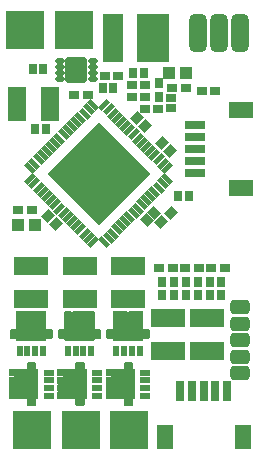
<source format=gts>
G04*
G04 #@! TF.GenerationSoftware,Altium Limited,Altium Designer,24.6.1 (21)*
G04*
G04 Layer_Color=8388736*
%FSLAX44Y44*%
%MOMM*%
G71*
G04*
G04 #@! TF.SameCoordinates,29A4E78F-5DBC-4D08-8976-EEF5966CA2B1*
G04*
G04*
G04 #@! TF.FilePolarity,Negative*
G04*
G01*
G75*
%ADD43R,1.8032X4.1032*%
%ADD44R,0.9532X0.8032*%
%ADD45R,1.0032X1.0032*%
%ADD46R,0.8032X0.8432*%
%ADD47R,3.2032X3.2032*%
%ADD48R,0.8432X0.8032*%
%ADD49R,0.8032X0.9532*%
G04:AMPARAMS|DCode=50|XSize=0.8432mm|YSize=0.8032mm|CornerRadius=0mm|HoleSize=0mm|Usage=FLASHONLY|Rotation=225.000|XOffset=0mm|YOffset=0mm|HoleType=Round|Shape=Rectangle|*
%AMROTATEDRECTD50*
4,1,4,0.0141,0.5821,0.5821,0.0141,-0.0141,-0.5821,-0.5821,-0.0141,0.0141,0.5821,0.0*
%
%ADD50ROTATEDRECTD50*%

G04:AMPARAMS|DCode=51|XSize=1.4532mm|YSize=3.2032mm|CornerRadius=0.4141mm|HoleSize=0mm|Usage=FLASHONLY|Rotation=0.000|XOffset=0mm|YOffset=0mm|HoleType=Round|Shape=RoundedRectangle|*
%AMROUNDEDRECTD51*
21,1,1.4532,2.3750,0,0,0.0*
21,1,0.6250,3.2032,0,0,0.0*
1,1,0.8282,0.3125,-1.1875*
1,1,0.8282,-0.3125,-1.1875*
1,1,0.8282,-0.3125,1.1875*
1,1,0.8282,0.3125,1.1875*
%
%ADD51ROUNDEDRECTD51*%
G04:AMPARAMS|DCode=52|XSize=0.8432mm|YSize=0.8032mm|CornerRadius=0mm|HoleSize=0mm|Usage=FLASHONLY|Rotation=135.000|XOffset=0mm|YOffset=0mm|HoleType=Round|Shape=Rectangle|*
%AMROTATEDRECTD52*
4,1,4,0.5821,-0.0141,0.0141,-0.5821,-0.5821,0.0141,-0.0141,0.5821,0.5821,-0.0141,0.0*
%
%ADD52ROTATEDRECTD52*%

%ADD53P,8.7727X4X180.0*%
G04:AMPARAMS|DCode=54|XSize=1.0632mm|YSize=0.4632mm|CornerRadius=0mm|HoleSize=0mm|Usage=FLASHONLY|Rotation=135.000|XOffset=0mm|YOffset=0mm|HoleType=Round|Shape=Rectangle|*
%AMROTATEDRECTD54*
4,1,4,0.5397,-0.2121,0.2121,-0.5397,-0.5397,0.2121,-0.2121,0.5397,0.5397,-0.2121,0.0*
%
%ADD54ROTATEDRECTD54*%

G04:AMPARAMS|DCode=55|XSize=0.4632mm|YSize=1.0632mm|CornerRadius=0mm|HoleSize=0mm|Usage=FLASHONLY|Rotation=135.000|XOffset=0mm|YOffset=0mm|HoleType=Round|Shape=Rectangle|*
%AMROTATEDRECTD55*
4,1,4,0.5397,0.2121,-0.2121,-0.5397,-0.5397,-0.2121,0.2121,0.5397,0.5397,0.2121,0.0*
%
%ADD55ROTATEDRECTD55*%

G04:AMPARAMS|DCode=56|XSize=1.7032mm|YSize=1.2032mm|CornerRadius=0.3516mm|HoleSize=0mm|Usage=FLASHONLY|Rotation=0.000|XOffset=0mm|YOffset=0mm|HoleType=Round|Shape=RoundedRectangle|*
%AMROUNDEDRECTD56*
21,1,1.7032,0.5000,0,0,0.0*
21,1,1.0000,1.2032,0,0,0.0*
1,1,0.7032,0.5000,-0.2500*
1,1,0.7032,-0.5000,-0.2500*
1,1,0.7032,-0.5000,0.2500*
1,1,0.7032,0.5000,0.2500*
%
%ADD56ROUNDEDRECTD56*%
%ADD57R,1.5032X2.9032*%
G04:AMPARAMS|DCode=58|XSize=1.8032mm|YSize=2.2032mm|CornerRadius=0.1416mm|HoleSize=0mm|Usage=FLASHONLY|Rotation=180.000|XOffset=0mm|YOffset=0mm|HoleType=Round|Shape=RoundedRectangle|*
%AMROUNDEDRECTD58*
21,1,1.8032,1.9200,0,0,180.0*
21,1,1.5200,2.2032,0,0,180.0*
1,1,0.2832,-0.7600,0.9600*
1,1,0.2832,0.7600,0.9600*
1,1,0.2832,0.7600,-0.9600*
1,1,0.2832,-0.7600,-0.9600*
%
%ADD58ROUNDEDRECTD58*%
G04:AMPARAMS|DCode=59|XSize=0.8032mm|YSize=0.4532mm|CornerRadius=0.1329mm|HoleSize=0mm|Usage=FLASHONLY|Rotation=180.000|XOffset=0mm|YOffset=0mm|HoleType=Round|Shape=RoundedRectangle|*
%AMROUNDEDRECTD59*
21,1,0.8032,0.1875,0,0,180.0*
21,1,0.5375,0.4532,0,0,180.0*
1,1,0.2657,-0.2688,0.0938*
1,1,0.2657,0.2688,0.0938*
1,1,0.2657,0.2688,-0.0938*
1,1,0.2657,-0.2688,-0.0938*
%
%ADD59ROUNDEDRECTD59*%
%ADD60R,1.8032X4.1032*%
%ADD61R,0.8032X1.7532*%
%ADD62R,1.4032X2.0032*%
%ADD63R,0.5432X1.0032*%
%ADD64R,0.6232X0.8632*%
%ADD65R,2.9032X1.5032*%
%ADD66R,0.8632X0.6232*%
%ADD67R,1.0032X0.5432*%
G04:AMPARAMS|DCode=68|XSize=0.8032mm|YSize=0.9532mm|CornerRadius=0mm|HoleSize=0mm|Usage=FLASHONLY|Rotation=315.000|XOffset=0mm|YOffset=0mm|HoleType=Round|Shape=Rectangle|*
%AMROTATEDRECTD68*
4,1,4,-0.6210,-0.0530,0.0530,0.6210,0.6210,0.0530,-0.0530,-0.6210,-0.6210,-0.0530,0.0*
%
%ADD68ROTATEDRECTD68*%

%ADD69R,1.7532X0.8032*%
%ADD70R,2.0032X1.4032*%
G36*
X115983Y119710D02*
X116114Y119684D01*
X116240Y119641D01*
X116359Y119582D01*
X116470Y119508D01*
X116570Y119420D01*
X116658Y119320D01*
X116732Y119209D01*
X116791Y119090D01*
X116833Y118963D01*
X116860Y118833D01*
X116868Y118700D01*
Y104218D01*
X121300D01*
X121433Y104209D01*
X121564Y104184D01*
X121690Y104141D01*
X121809Y104082D01*
X121920Y104008D01*
X122020Y103920D01*
X122108Y103820D01*
X122182Y103709D01*
X122241Y103590D01*
X122283Y103463D01*
X122310Y103333D01*
X122318Y103200D01*
Y97500D01*
X122310Y97367D01*
X122283Y97236D01*
X122241Y97110D01*
X122182Y96991D01*
X122108Y96880D01*
X122020Y96780D01*
X121920Y96692D01*
X121809Y96618D01*
X121690Y96559D01*
X121564Y96517D01*
X121433Y96491D01*
X121300Y96482D01*
X116868D01*
Y95700D01*
X116860Y95567D01*
X116833Y95436D01*
X116791Y95310D01*
X116732Y95191D01*
X116658Y95080D01*
X116570Y94980D01*
X116470Y94892D01*
X116359Y94818D01*
X116240Y94759D01*
X116114Y94717D01*
X115983Y94691D01*
X115850Y94682D01*
X92150D01*
X92017Y94691D01*
X91887Y94717D01*
X91760Y94759D01*
X91641Y94818D01*
X91530Y94892D01*
X91430Y94980D01*
X91342Y95080D01*
X91268Y95191D01*
X91209Y95310D01*
X91166Y95436D01*
X91140Y95567D01*
X91132Y95700D01*
Y96482D01*
X86700D01*
X86567Y96491D01*
X86437Y96517D01*
X86310Y96559D01*
X86191Y96618D01*
X86080Y96692D01*
X85980Y96780D01*
X85892Y96880D01*
X85818Y96991D01*
X85759Y97110D01*
X85716Y97236D01*
X85690Y97367D01*
X85682Y97500D01*
Y103200D01*
X85690Y103333D01*
X85716Y103463D01*
X85759Y103590D01*
X85818Y103709D01*
X85892Y103820D01*
X85980Y103920D01*
X86080Y104008D01*
X86191Y104082D01*
X86310Y104141D01*
X86437Y104184D01*
X86567Y104209D01*
X86700Y104218D01*
X91132D01*
Y118700D01*
X91140Y118833D01*
X91166Y118963D01*
X91209Y119090D01*
X91268Y119209D01*
X91342Y119320D01*
X91430Y119420D01*
X91530Y119508D01*
X91641Y119582D01*
X91760Y119641D01*
X91887Y119684D01*
X92017Y119710D01*
X92150Y119718D01*
X96350D01*
X96483Y119710D01*
X96614Y119684D01*
X96740Y119641D01*
X96859Y119582D01*
X96970Y119508D01*
X97070Y119420D01*
X97158Y119320D01*
X97232Y119209D01*
X97291Y119090D01*
X97333Y118963D01*
X97360Y118833D01*
X97368Y118700D01*
Y115018D01*
X97632D01*
Y118700D01*
X97640Y118833D01*
X97667Y118963D01*
X97709Y119090D01*
X97768Y119209D01*
X97842Y119320D01*
X97930Y119420D01*
X98030Y119508D01*
X98141Y119582D01*
X98260Y119641D01*
X98386Y119684D01*
X98517Y119710D01*
X98650Y119718D01*
X102850D01*
X102983Y119710D01*
X103113Y119684D01*
X103240Y119641D01*
X103359Y119582D01*
X103470Y119508D01*
X103570Y119420D01*
X103658Y119320D01*
X103732Y119209D01*
X103791Y119090D01*
X103834Y118963D01*
X103860Y118833D01*
X103868Y118700D01*
Y115018D01*
X104132D01*
Y118700D01*
X104141Y118833D01*
X104166Y118963D01*
X104209Y119090D01*
X104268Y119209D01*
X104342Y119320D01*
X104430Y119420D01*
X104530Y119508D01*
X104641Y119582D01*
X104760Y119641D01*
X104887Y119684D01*
X105017Y119710D01*
X105150Y119718D01*
X109350D01*
X109483Y119710D01*
X109614Y119684D01*
X109740Y119641D01*
X109859Y119582D01*
X109970Y119508D01*
X110070Y119420D01*
X110158Y119320D01*
X110232Y119209D01*
X110291Y119090D01*
X110333Y118963D01*
X110359Y118833D01*
X110368Y118700D01*
Y115018D01*
X110632D01*
Y118700D01*
X110640Y118833D01*
X110667Y118963D01*
X110709Y119090D01*
X110768Y119209D01*
X110842Y119320D01*
X110930Y119420D01*
X111030Y119508D01*
X111141Y119582D01*
X111260Y119641D01*
X111386Y119684D01*
X111517Y119710D01*
X111650Y119718D01*
X115850D01*
X115983Y119710D01*
D02*
G37*
G36*
X74983D02*
X75114Y119684D01*
X75240Y119641D01*
X75359Y119582D01*
X75470Y119508D01*
X75570Y119420D01*
X75658Y119320D01*
X75732Y119209D01*
X75791Y119090D01*
X75834Y118963D01*
X75859Y118833D01*
X75868Y118700D01*
Y104218D01*
X80300D01*
X80433Y104209D01*
X80563Y104184D01*
X80690Y104141D01*
X80809Y104082D01*
X80920Y104008D01*
X81020Y103920D01*
X81108Y103820D01*
X81182Y103709D01*
X81241Y103590D01*
X81284Y103463D01*
X81309Y103333D01*
X81318Y103200D01*
Y97500D01*
X81309Y97367D01*
X81284Y97236D01*
X81241Y97110D01*
X81182Y96991D01*
X81108Y96880D01*
X81020Y96780D01*
X80920Y96692D01*
X80809Y96618D01*
X80690Y96559D01*
X80563Y96517D01*
X80433Y96491D01*
X80300Y96482D01*
X75868D01*
Y95700D01*
X75859Y95567D01*
X75834Y95436D01*
X75791Y95310D01*
X75732Y95191D01*
X75658Y95080D01*
X75570Y94980D01*
X75470Y94892D01*
X75359Y94818D01*
X75240Y94759D01*
X75114Y94717D01*
X74983Y94691D01*
X74850Y94682D01*
X51150D01*
X51017Y94691D01*
X50887Y94717D01*
X50760Y94759D01*
X50641Y94818D01*
X50530Y94892D01*
X50430Y94980D01*
X50342Y95080D01*
X50268Y95191D01*
X50209Y95310D01*
X50167Y95436D01*
X50141Y95567D01*
X50132Y95700D01*
Y96482D01*
X45700D01*
X45567Y96491D01*
X45437Y96517D01*
X45310Y96559D01*
X45191Y96618D01*
X45080Y96692D01*
X44980Y96780D01*
X44892Y96880D01*
X44818Y96991D01*
X44759Y97110D01*
X44717Y97236D01*
X44690Y97367D01*
X44682Y97500D01*
Y103200D01*
X44690Y103333D01*
X44717Y103463D01*
X44759Y103590D01*
X44818Y103709D01*
X44892Y103820D01*
X44980Y103920D01*
X45080Y104008D01*
X45191Y104082D01*
X45310Y104141D01*
X45437Y104184D01*
X45567Y104209D01*
X45700Y104218D01*
X50132D01*
Y118700D01*
X50141Y118833D01*
X50167Y118963D01*
X50209Y119090D01*
X50268Y119209D01*
X50342Y119320D01*
X50430Y119420D01*
X50530Y119508D01*
X50641Y119582D01*
X50760Y119641D01*
X50887Y119684D01*
X51017Y119710D01*
X51150Y119718D01*
X55350D01*
X55483Y119710D01*
X55613Y119684D01*
X55740Y119641D01*
X55859Y119582D01*
X55970Y119508D01*
X56070Y119420D01*
X56158Y119320D01*
X56232Y119209D01*
X56291Y119090D01*
X56333Y118963D01*
X56360Y118833D01*
X56368Y118700D01*
Y115018D01*
X56632D01*
Y118700D01*
X56641Y118833D01*
X56666Y118963D01*
X56709Y119090D01*
X56768Y119209D01*
X56842Y119320D01*
X56930Y119420D01*
X57030Y119508D01*
X57141Y119582D01*
X57260Y119641D01*
X57386Y119684D01*
X57517Y119710D01*
X57650Y119718D01*
X61850D01*
X61983Y119710D01*
X62113Y119684D01*
X62240Y119641D01*
X62359Y119582D01*
X62470Y119508D01*
X62570Y119420D01*
X62658Y119320D01*
X62732Y119209D01*
X62791Y119090D01*
X62833Y118963D01*
X62860Y118833D01*
X62868Y118700D01*
Y115018D01*
X63132D01*
Y118700D01*
X63141Y118833D01*
X63166Y118963D01*
X63209Y119090D01*
X63268Y119209D01*
X63342Y119320D01*
X63430Y119420D01*
X63530Y119508D01*
X63641Y119582D01*
X63760Y119641D01*
X63886Y119684D01*
X64017Y119710D01*
X64150Y119718D01*
X68350D01*
X68483Y119710D01*
X68614Y119684D01*
X68740Y119641D01*
X68859Y119582D01*
X68970Y119508D01*
X69070Y119420D01*
X69158Y119320D01*
X69232Y119209D01*
X69291Y119090D01*
X69334Y118963D01*
X69359Y118833D01*
X69368Y118700D01*
Y115018D01*
X69632D01*
Y118700D01*
X69640Y118833D01*
X69667Y118963D01*
X69709Y119090D01*
X69768Y119209D01*
X69842Y119320D01*
X69930Y119420D01*
X70030Y119508D01*
X70141Y119582D01*
X70260Y119641D01*
X70387Y119684D01*
X70517Y119710D01*
X70650Y119718D01*
X74850D01*
X74983Y119710D01*
D02*
G37*
G36*
X33983D02*
X34114Y119684D01*
X34240Y119641D01*
X34359Y119582D01*
X34470Y119508D01*
X34570Y119420D01*
X34658Y119320D01*
X34732Y119209D01*
X34791Y119090D01*
X34834Y118963D01*
X34859Y118833D01*
X34868Y118700D01*
Y104218D01*
X39300D01*
X39433Y104209D01*
X39564Y104184D01*
X39690Y104141D01*
X39809Y104082D01*
X39920Y104008D01*
X40020Y103920D01*
X40108Y103820D01*
X40182Y103709D01*
X40241Y103590D01*
X40283Y103463D01*
X40310Y103333D01*
X40318Y103200D01*
Y97500D01*
X40310Y97367D01*
X40283Y97236D01*
X40241Y97110D01*
X40182Y96991D01*
X40108Y96880D01*
X40020Y96780D01*
X39920Y96692D01*
X39809Y96618D01*
X39690Y96559D01*
X39564Y96517D01*
X39433Y96491D01*
X39300Y96482D01*
X34868D01*
Y95700D01*
X34859Y95567D01*
X34834Y95436D01*
X34791Y95310D01*
X34732Y95191D01*
X34658Y95080D01*
X34570Y94980D01*
X34470Y94892D01*
X34359Y94818D01*
X34240Y94759D01*
X34114Y94717D01*
X33983Y94691D01*
X33850Y94682D01*
X10150D01*
X10017Y94691D01*
X9887Y94717D01*
X9760Y94759D01*
X9641Y94818D01*
X9530Y94892D01*
X9430Y94980D01*
X9342Y95080D01*
X9268Y95191D01*
X9209Y95310D01*
X9167Y95436D01*
X9141Y95567D01*
X9132Y95700D01*
Y96482D01*
X4700D01*
X4567Y96491D01*
X4437Y96517D01*
X4310Y96559D01*
X4191Y96618D01*
X4080Y96692D01*
X3980Y96780D01*
X3892Y96880D01*
X3818Y96991D01*
X3759Y97110D01*
X3717Y97236D01*
X3691Y97367D01*
X3682Y97500D01*
Y103200D01*
X3691Y103333D01*
X3717Y103463D01*
X3759Y103590D01*
X3818Y103709D01*
X3892Y103820D01*
X3980Y103920D01*
X4080Y104008D01*
X4191Y104082D01*
X4310Y104141D01*
X4437Y104184D01*
X4567Y104209D01*
X4700Y104218D01*
X9132D01*
Y118700D01*
X9141Y118833D01*
X9167Y118963D01*
X9209Y119090D01*
X9268Y119209D01*
X9342Y119320D01*
X9430Y119420D01*
X9530Y119508D01*
X9641Y119582D01*
X9760Y119641D01*
X9887Y119684D01*
X10017Y119710D01*
X10150Y119718D01*
X14350D01*
X14483Y119710D01*
X14614Y119684D01*
X14740Y119641D01*
X14859Y119582D01*
X14970Y119508D01*
X15070Y119420D01*
X15158Y119320D01*
X15232Y119209D01*
X15291Y119090D01*
X15333Y118963D01*
X15359Y118833D01*
X15368Y118700D01*
Y115018D01*
X15632D01*
Y118700D01*
X15641Y118833D01*
X15667Y118963D01*
X15709Y119090D01*
X15768Y119209D01*
X15842Y119320D01*
X15930Y119420D01*
X16030Y119508D01*
X16141Y119582D01*
X16260Y119641D01*
X16386Y119684D01*
X16517Y119710D01*
X16650Y119718D01*
X20850D01*
X20983Y119710D01*
X21114Y119684D01*
X21240Y119641D01*
X21359Y119582D01*
X21470Y119508D01*
X21570Y119420D01*
X21658Y119320D01*
X21732Y119209D01*
X21791Y119090D01*
X21834Y118963D01*
X21860Y118833D01*
X21868Y118700D01*
Y115018D01*
X22132D01*
Y118700D01*
X22141Y118833D01*
X22167Y118963D01*
X22209Y119090D01*
X22268Y119209D01*
X22342Y119320D01*
X22430Y119420D01*
X22530Y119508D01*
X22641Y119582D01*
X22760Y119641D01*
X22887Y119684D01*
X23017Y119710D01*
X23150Y119718D01*
X27350D01*
X27483Y119710D01*
X27614Y119684D01*
X27740Y119641D01*
X27859Y119582D01*
X27970Y119508D01*
X28070Y119420D01*
X28158Y119320D01*
X28232Y119209D01*
X28291Y119090D01*
X28333Y118963D01*
X28359Y118833D01*
X28368Y118700D01*
Y115018D01*
X28632D01*
Y118700D01*
X28641Y118833D01*
X28667Y118963D01*
X28709Y119090D01*
X28768Y119209D01*
X28842Y119320D01*
X28930Y119420D01*
X29030Y119508D01*
X29141Y119582D01*
X29260Y119641D01*
X29386Y119684D01*
X29517Y119710D01*
X29650Y119718D01*
X33850D01*
X33983Y119710D01*
D02*
G37*
G36*
X107333Y76309D02*
X107464Y76283D01*
X107590Y76241D01*
X107709Y76182D01*
X107820Y76108D01*
X107920Y76020D01*
X108008Y75920D01*
X108082Y75809D01*
X108141Y75690D01*
X108184Y75564D01*
X108210Y75433D01*
X108218Y75300D01*
Y70868D01*
X109000D01*
X109133Y70859D01*
X109264Y70834D01*
X109390Y70791D01*
X109509Y70732D01*
X109620Y70658D01*
X109720Y70570D01*
X109808Y70470D01*
X109882Y70359D01*
X109941Y70240D01*
X109984Y70114D01*
X110010Y69983D01*
X110018Y69850D01*
Y46150D01*
X110010Y46017D01*
X109984Y45887D01*
X109941Y45760D01*
X109882Y45641D01*
X109808Y45530D01*
X109720Y45430D01*
X109620Y45342D01*
X109509Y45268D01*
X109390Y45209D01*
X109264Y45167D01*
X109133Y45141D01*
X109000Y45132D01*
X108218D01*
Y40700D01*
X108210Y40567D01*
X108184Y40437D01*
X108141Y40310D01*
X108082Y40191D01*
X108008Y40080D01*
X107920Y39980D01*
X107820Y39892D01*
X107709Y39818D01*
X107590Y39759D01*
X107464Y39717D01*
X107333Y39691D01*
X107200Y39682D01*
X101500D01*
X101367Y39691D01*
X101237Y39717D01*
X101110Y39759D01*
X100991Y39818D01*
X100880Y39892D01*
X100780Y39980D01*
X100692Y40080D01*
X100618Y40191D01*
X100559Y40310D01*
X100517Y40437D01*
X100491Y40567D01*
X100482Y40700D01*
Y45132D01*
X86000D01*
X85867Y45141D01*
X85737Y45167D01*
X85611Y45209D01*
X85491Y45268D01*
X85380Y45342D01*
X85280Y45430D01*
X85192Y45530D01*
X85118Y45641D01*
X85059Y45760D01*
X85017Y45887D01*
X84991Y46017D01*
X84982Y46150D01*
Y50350D01*
X84991Y50483D01*
X85017Y50614D01*
X85059Y50740D01*
X85118Y50859D01*
X85192Y50970D01*
X85280Y51070D01*
X85380Y51158D01*
X85491Y51232D01*
X85611Y51291D01*
X85737Y51333D01*
X85867Y51360D01*
X86000Y51368D01*
X89682D01*
Y51632D01*
X86000D01*
X85867Y51641D01*
X85737Y51666D01*
X85611Y51709D01*
X85491Y51768D01*
X85380Y51842D01*
X85280Y51930D01*
X85192Y52030D01*
X85118Y52141D01*
X85059Y52260D01*
X85017Y52386D01*
X84991Y52517D01*
X84982Y52650D01*
Y56850D01*
X84991Y56983D01*
X85017Y57114D01*
X85059Y57240D01*
X85118Y57359D01*
X85192Y57470D01*
X85280Y57570D01*
X85380Y57658D01*
X85491Y57732D01*
X85611Y57791D01*
X85737Y57833D01*
X85867Y57860D01*
X86000Y57868D01*
X89682D01*
Y58132D01*
X86000D01*
X85867Y58141D01*
X85737Y58167D01*
X85611Y58209D01*
X85491Y58268D01*
X85380Y58342D01*
X85280Y58430D01*
X85192Y58530D01*
X85118Y58641D01*
X85059Y58760D01*
X85017Y58886D01*
X84991Y59017D01*
X84982Y59150D01*
Y63350D01*
X84991Y63483D01*
X85017Y63614D01*
X85059Y63740D01*
X85118Y63859D01*
X85192Y63970D01*
X85280Y64070D01*
X85380Y64158D01*
X85491Y64232D01*
X85611Y64291D01*
X85737Y64334D01*
X85867Y64359D01*
X86000Y64368D01*
X89682D01*
Y64632D01*
X86000D01*
X85867Y64641D01*
X85737Y64667D01*
X85611Y64709D01*
X85491Y64768D01*
X85380Y64842D01*
X85280Y64930D01*
X85192Y65030D01*
X85118Y65141D01*
X85059Y65260D01*
X85017Y65387D01*
X84991Y65517D01*
X84982Y65650D01*
Y69850D01*
X84991Y69983D01*
X85017Y70114D01*
X85059Y70240D01*
X85118Y70359D01*
X85192Y70470D01*
X85280Y70570D01*
X85380Y70658D01*
X85491Y70732D01*
X85611Y70791D01*
X85737Y70834D01*
X85867Y70859D01*
X86000Y70868D01*
X100482D01*
Y75300D01*
X100491Y75433D01*
X100517Y75564D01*
X100559Y75690D01*
X100618Y75809D01*
X100692Y75920D01*
X100780Y76020D01*
X100880Y76108D01*
X100991Y76182D01*
X101110Y76241D01*
X101237Y76283D01*
X101367Y76309D01*
X101500Y76318D01*
X107200D01*
X107333Y76309D01*
D02*
G37*
G36*
X66333D02*
X66464Y76283D01*
X66590Y76241D01*
X66709Y76182D01*
X66820Y76108D01*
X66920Y76020D01*
X67008Y75920D01*
X67082Y75809D01*
X67141Y75690D01*
X67183Y75564D01*
X67210Y75433D01*
X67218Y75300D01*
Y70868D01*
X68000D01*
X68133Y70859D01*
X68264Y70834D01*
X68390Y70791D01*
X68509Y70732D01*
X68620Y70658D01*
X68720Y70570D01*
X68808Y70470D01*
X68882Y70359D01*
X68941Y70240D01*
X68983Y70114D01*
X69009Y69983D01*
X69018Y69850D01*
Y46150D01*
X69009Y46017D01*
X68983Y45887D01*
X68941Y45760D01*
X68882Y45641D01*
X68808Y45530D01*
X68720Y45430D01*
X68620Y45342D01*
X68509Y45268D01*
X68390Y45209D01*
X68264Y45167D01*
X68133Y45141D01*
X68000Y45132D01*
X67218D01*
Y40700D01*
X67210Y40567D01*
X67183Y40437D01*
X67141Y40310D01*
X67082Y40191D01*
X67008Y40080D01*
X66920Y39980D01*
X66820Y39892D01*
X66709Y39818D01*
X66590Y39759D01*
X66464Y39717D01*
X66333Y39691D01*
X66200Y39682D01*
X60500D01*
X60367Y39691D01*
X60237Y39717D01*
X60110Y39759D01*
X59991Y39818D01*
X59880Y39892D01*
X59780Y39980D01*
X59692Y40080D01*
X59618Y40191D01*
X59559Y40310D01*
X59517Y40437D01*
X59491Y40567D01*
X59482Y40700D01*
Y45132D01*
X45000D01*
X44867Y45141D01*
X44736Y45167D01*
X44610Y45209D01*
X44491Y45268D01*
X44380Y45342D01*
X44280Y45430D01*
X44192Y45530D01*
X44118Y45641D01*
X44059Y45760D01*
X44017Y45887D01*
X43991Y46017D01*
X43982Y46150D01*
Y50350D01*
X43991Y50483D01*
X44017Y50614D01*
X44059Y50740D01*
X44118Y50859D01*
X44192Y50970D01*
X44280Y51070D01*
X44380Y51158D01*
X44491Y51232D01*
X44610Y51291D01*
X44736Y51333D01*
X44867Y51360D01*
X45000Y51368D01*
X48682D01*
Y51632D01*
X45000D01*
X44867Y51641D01*
X44736Y51666D01*
X44610Y51709D01*
X44491Y51768D01*
X44380Y51842D01*
X44280Y51930D01*
X44192Y52030D01*
X44118Y52141D01*
X44059Y52260D01*
X44017Y52386D01*
X43991Y52517D01*
X43982Y52650D01*
Y56850D01*
X43991Y56983D01*
X44017Y57114D01*
X44059Y57240D01*
X44118Y57359D01*
X44192Y57470D01*
X44280Y57570D01*
X44380Y57658D01*
X44491Y57732D01*
X44610Y57791D01*
X44736Y57833D01*
X44867Y57860D01*
X45000Y57868D01*
X48682D01*
Y58132D01*
X45000D01*
X44867Y58141D01*
X44736Y58167D01*
X44610Y58209D01*
X44491Y58268D01*
X44380Y58342D01*
X44280Y58430D01*
X44192Y58530D01*
X44118Y58641D01*
X44059Y58760D01*
X44017Y58886D01*
X43991Y59017D01*
X43982Y59150D01*
Y63350D01*
X43991Y63483D01*
X44017Y63614D01*
X44059Y63740D01*
X44118Y63859D01*
X44192Y63970D01*
X44280Y64070D01*
X44380Y64158D01*
X44491Y64232D01*
X44610Y64291D01*
X44736Y64334D01*
X44867Y64359D01*
X45000Y64368D01*
X48682D01*
Y64632D01*
X45000D01*
X44867Y64641D01*
X44736Y64667D01*
X44610Y64709D01*
X44491Y64768D01*
X44380Y64842D01*
X44280Y64930D01*
X44192Y65030D01*
X44118Y65141D01*
X44059Y65260D01*
X44017Y65387D01*
X43991Y65517D01*
X43982Y65650D01*
Y69850D01*
X43991Y69983D01*
X44017Y70114D01*
X44059Y70240D01*
X44118Y70359D01*
X44192Y70470D01*
X44280Y70570D01*
X44380Y70658D01*
X44491Y70732D01*
X44610Y70791D01*
X44736Y70834D01*
X44867Y70859D01*
X45000Y70868D01*
X59482D01*
Y75300D01*
X59491Y75433D01*
X59517Y75564D01*
X59559Y75690D01*
X59618Y75809D01*
X59692Y75920D01*
X59780Y76020D01*
X59880Y76108D01*
X59991Y76182D01*
X60110Y76241D01*
X60237Y76283D01*
X60367Y76309D01*
X60500Y76318D01*
X66200D01*
X66333Y76309D01*
D02*
G37*
G36*
X25333D02*
X25464Y76283D01*
X25590Y76241D01*
X25709Y76182D01*
X25820Y76108D01*
X25920Y76020D01*
X26008Y75920D01*
X26082Y75809D01*
X26141Y75690D01*
X26184Y75564D01*
X26209Y75433D01*
X26218Y75300D01*
Y70868D01*
X27000D01*
X27133Y70859D01*
X27264Y70834D01*
X27390Y70791D01*
X27509Y70732D01*
X27620Y70658D01*
X27720Y70570D01*
X27808Y70470D01*
X27882Y70359D01*
X27941Y70240D01*
X27984Y70114D01*
X28010Y69983D01*
X28018Y69850D01*
Y46150D01*
X28010Y46017D01*
X27984Y45887D01*
X27941Y45760D01*
X27882Y45641D01*
X27808Y45530D01*
X27720Y45430D01*
X27620Y45342D01*
X27509Y45268D01*
X27390Y45209D01*
X27264Y45167D01*
X27133Y45141D01*
X27000Y45132D01*
X26218D01*
Y40700D01*
X26209Y40567D01*
X26184Y40437D01*
X26141Y40310D01*
X26082Y40191D01*
X26008Y40080D01*
X25920Y39980D01*
X25820Y39892D01*
X25709Y39818D01*
X25590Y39759D01*
X25464Y39717D01*
X25333Y39691D01*
X25200Y39682D01*
X19500D01*
X19367Y39691D01*
X19237Y39717D01*
X19110Y39759D01*
X18991Y39818D01*
X18880Y39892D01*
X18780Y39980D01*
X18692Y40080D01*
X18618Y40191D01*
X18559Y40310D01*
X18517Y40437D01*
X18491Y40567D01*
X18482Y40700D01*
Y45132D01*
X4000D01*
X3867Y45141D01*
X3737Y45167D01*
X3610Y45209D01*
X3491Y45268D01*
X3380Y45342D01*
X3280Y45430D01*
X3192Y45530D01*
X3118Y45641D01*
X3059Y45760D01*
X3017Y45887D01*
X2991Y46017D01*
X2982Y46150D01*
Y50350D01*
X2991Y50483D01*
X3017Y50614D01*
X3059Y50740D01*
X3118Y50859D01*
X3192Y50970D01*
X3280Y51070D01*
X3380Y51158D01*
X3491Y51232D01*
X3610Y51291D01*
X3737Y51333D01*
X3867Y51360D01*
X4000Y51368D01*
X7682D01*
Y51632D01*
X4000D01*
X3867Y51641D01*
X3737Y51666D01*
X3610Y51709D01*
X3491Y51768D01*
X3380Y51842D01*
X3280Y51930D01*
X3192Y52030D01*
X3118Y52141D01*
X3059Y52260D01*
X3017Y52386D01*
X2991Y52517D01*
X2982Y52650D01*
Y56850D01*
X2991Y56983D01*
X3017Y57114D01*
X3059Y57240D01*
X3118Y57359D01*
X3192Y57470D01*
X3280Y57570D01*
X3380Y57658D01*
X3491Y57732D01*
X3610Y57791D01*
X3737Y57833D01*
X3867Y57860D01*
X4000Y57868D01*
X7682D01*
Y58132D01*
X4000D01*
X3867Y58141D01*
X3737Y58167D01*
X3610Y58209D01*
X3491Y58268D01*
X3380Y58342D01*
X3280Y58430D01*
X3192Y58530D01*
X3118Y58641D01*
X3059Y58760D01*
X3017Y58886D01*
X2991Y59017D01*
X2982Y59150D01*
Y63350D01*
X2991Y63483D01*
X3017Y63614D01*
X3059Y63740D01*
X3118Y63859D01*
X3192Y63970D01*
X3280Y64070D01*
X3380Y64158D01*
X3491Y64232D01*
X3610Y64291D01*
X3737Y64334D01*
X3867Y64359D01*
X4000Y64368D01*
X7682D01*
Y64632D01*
X4000D01*
X3867Y64641D01*
X3737Y64667D01*
X3610Y64709D01*
X3491Y64768D01*
X3380Y64842D01*
X3280Y64930D01*
X3192Y65030D01*
X3118Y65141D01*
X3059Y65260D01*
X3017Y65387D01*
X2991Y65517D01*
X2982Y65650D01*
Y69850D01*
X2991Y69983D01*
X3017Y70114D01*
X3059Y70240D01*
X3118Y70359D01*
X3192Y70470D01*
X3280Y70570D01*
X3380Y70658D01*
X3491Y70732D01*
X3610Y70791D01*
X3737Y70834D01*
X3867Y70859D01*
X4000Y70868D01*
X18482D01*
Y75300D01*
X18491Y75433D01*
X18517Y75564D01*
X18559Y75690D01*
X18618Y75809D01*
X18692Y75920D01*
X18780Y76020D01*
X18880Y76108D01*
X18991Y76182D01*
X19110Y76241D01*
X19237Y76283D01*
X19367Y76309D01*
X19500Y76318D01*
X25200D01*
X25333Y76309D01*
D02*
G37*
D43*
X130000Y351000D02*
D03*
D44*
X141250Y309000D02*
D03*
X152750D02*
D03*
X22750Y205000D02*
D03*
X11250D02*
D03*
X129750Y291000D02*
D03*
X118250D02*
D03*
X166250Y306000D02*
D03*
X177750D02*
D03*
X58250Y303000D02*
D03*
X69750D02*
D03*
X95750Y319000D02*
D03*
X84250D02*
D03*
X107250Y311000D02*
D03*
X118750D02*
D03*
Y301000D02*
D03*
X107250D02*
D03*
X141750Y156000D02*
D03*
X130250D02*
D03*
X152250D02*
D03*
X163750D02*
D03*
X185750D02*
D03*
X174250D02*
D03*
D45*
X10500Y193000D02*
D03*
X25500D02*
D03*
X153500Y321000D02*
D03*
X138500D02*
D03*
D46*
X23600Y325000D02*
D03*
X32400D02*
D03*
X117400Y321000D02*
D03*
X108600D02*
D03*
X91400Y309000D02*
D03*
X82600D02*
D03*
X155400Y217000D02*
D03*
X146600D02*
D03*
X34400Y274000D02*
D03*
X25600D02*
D03*
D47*
X17000Y358000D02*
D03*
X58000D02*
D03*
X105000Y19000D02*
D03*
X64000D02*
D03*
X23000D02*
D03*
D48*
X140000Y300400D02*
D03*
Y291600D02*
D03*
D49*
X130000Y301250D02*
D03*
Y312750D02*
D03*
X143000Y133250D02*
D03*
Y144750D02*
D03*
X163000D02*
D03*
Y133250D02*
D03*
X183000Y144750D02*
D03*
Y133250D02*
D03*
X133000D02*
D03*
Y144750D02*
D03*
X153000Y133250D02*
D03*
Y144750D02*
D03*
X173000Y133250D02*
D03*
Y144750D02*
D03*
D50*
X118111Y276889D02*
D03*
X111889Y283111D02*
D03*
X42867Y193766D02*
D03*
X36644Y199988D02*
D03*
X139387Y255637D02*
D03*
X133165Y261860D02*
D03*
D51*
X199000Y355000D02*
D03*
X163000D02*
D03*
X181000D02*
D03*
D52*
X119889Y196889D02*
D03*
X126111Y203111D02*
D03*
D53*
X79106Y236227D02*
D03*
D54*
X21230Y241071D02*
D03*
X24765Y244606D02*
D03*
X28301Y248142D02*
D03*
X31836Y251678D02*
D03*
X35372Y255213D02*
D03*
X38907Y258749D02*
D03*
X42443Y262284D02*
D03*
X45978Y265820D02*
D03*
X49514Y269355D02*
D03*
X53049Y272891D02*
D03*
X56585Y276426D02*
D03*
X60121Y279962D02*
D03*
X63656Y283497D02*
D03*
X67192Y287033D02*
D03*
X70727Y290569D02*
D03*
X74263Y294104D02*
D03*
X133447Y227848D02*
D03*
X129912Y224313D02*
D03*
X126376Y220777D02*
D03*
X122841Y217241D02*
D03*
X119305Y213706D02*
D03*
X115770Y210170D02*
D03*
X112234Y206635D02*
D03*
X108699Y203099D02*
D03*
X105163Y199564D02*
D03*
X101628Y196028D02*
D03*
X98092Y192493D02*
D03*
X94557Y188957D02*
D03*
X91021Y185422D02*
D03*
X87486Y181886D02*
D03*
X83950Y178351D02*
D03*
X136983Y231384D02*
D03*
D55*
X74263Y178351D02*
D03*
X70727Y181886D02*
D03*
X67192Y185422D02*
D03*
X63656Y188957D02*
D03*
X60121Y192493D02*
D03*
X56585Y196028D02*
D03*
X53049Y199564D02*
D03*
X49514Y203099D02*
D03*
X45978Y206635D02*
D03*
X42443Y210170D02*
D03*
X38907Y213706D02*
D03*
X35372Y217241D02*
D03*
X31836Y220777D02*
D03*
X28301Y224313D02*
D03*
X24765Y227848D02*
D03*
X21230Y231384D02*
D03*
X83950Y294104D02*
D03*
X87486Y290569D02*
D03*
X91021Y287033D02*
D03*
X94557Y283497D02*
D03*
X98092Y279962D02*
D03*
X105163Y272891D02*
D03*
X108699Y269355D02*
D03*
X112234Y265820D02*
D03*
X115770Y262284D02*
D03*
X119305Y258749D02*
D03*
X122841Y255213D02*
D03*
X126376Y251678D02*
D03*
X129912Y248142D02*
D03*
X133447Y244606D02*
D03*
X136983Y241071D02*
D03*
X101628Y276426D02*
D03*
D56*
X199000Y67000D02*
D03*
Y81000D02*
D03*
Y95000D02*
D03*
Y109000D02*
D03*
Y123000D02*
D03*
D57*
X38000Y295000D02*
D03*
X10000D02*
D03*
D58*
X60000Y324000D02*
D03*
D59*
X46000Y316500D02*
D03*
Y321500D02*
D03*
Y326500D02*
D03*
Y331500D02*
D03*
X74000D02*
D03*
Y326500D02*
D03*
Y321500D02*
D03*
Y316500D02*
D03*
D60*
X91500Y351000D02*
D03*
X120500D02*
D03*
D61*
X148000Y52320D02*
D03*
X168000D02*
D03*
X178000D02*
D03*
X188000D02*
D03*
X158000D02*
D03*
D62*
X135000Y13570D02*
D03*
X201000D02*
D03*
D63*
X31750Y113700D02*
D03*
X25250D02*
D03*
X18750D02*
D03*
X12250D02*
D03*
X53250D02*
D03*
X59750D02*
D03*
X66250D02*
D03*
X72750D02*
D03*
X94250D02*
D03*
X100750D02*
D03*
X107250D02*
D03*
X113750D02*
D03*
D64*
X25250Y86000D02*
D03*
X18750D02*
D03*
X31750D02*
D03*
X12250D02*
D03*
X53250D02*
D03*
X72750D02*
D03*
X59750D02*
D03*
X66250D02*
D03*
X94250D02*
D03*
X113750D02*
D03*
X100750D02*
D03*
X107250D02*
D03*
D65*
X171000Y86000D02*
D03*
Y114000D02*
D03*
X22000Y158000D02*
D03*
Y130000D02*
D03*
X138000Y86000D02*
D03*
Y114000D02*
D03*
X104000Y158000D02*
D03*
Y130000D02*
D03*
X63000Y158000D02*
D03*
Y130000D02*
D03*
D66*
X36700Y54750D02*
D03*
X77700Y48250D02*
D03*
Y67750D02*
D03*
Y54750D02*
D03*
Y61250D02*
D03*
X36700Y48250D02*
D03*
X36700Y67750D02*
D03*
X36700Y61250D02*
D03*
X118700Y48250D02*
D03*
Y67750D02*
D03*
Y54750D02*
D03*
Y61250D02*
D03*
D67*
X50000Y48250D02*
D03*
Y54750D02*
D03*
Y61250D02*
D03*
Y67750D02*
D03*
X9000Y48250D02*
D03*
Y54750D02*
D03*
Y61250D02*
D03*
Y67750D02*
D03*
X91000Y48250D02*
D03*
Y54750D02*
D03*
Y61250D02*
D03*
Y67750D02*
D03*
D68*
X140066Y203066D02*
D03*
X131934Y194934D02*
D03*
D69*
X160680Y247000D02*
D03*
Y277000D02*
D03*
Y267000D02*
D03*
Y257000D02*
D03*
Y237000D02*
D03*
D70*
X199430Y290000D02*
D03*
Y224000D02*
D03*
M02*

</source>
